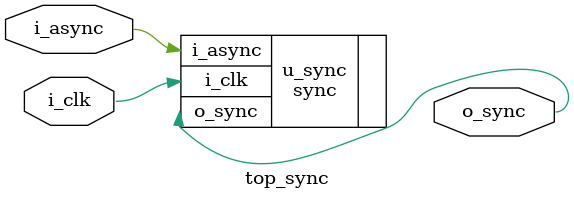
<source format=v>
`default_nettype none
`timescale 1ns/1ns

/*!
 * Simple synchroniser formed by chaining flip-flops.
 */
module top_sync
  #(
    parameter SYNC_DEPTH = 2
  )
  (
    input i_clk,
    input i_async,
    output o_sync
  );

  sync
    #(
      .SYNC_DEPTH(SYNC_DEPTH)
    )
    u_sync (
      .i_clk(i_clk),
      .i_async(i_async),
      .o_sync(o_sync)
    );

  // Wave dump
  initial begin
    $dumpfile("waves_sync.vcd");
    // $dumpvars(<level>, <module>);
    // level: 0 >> all, 1 >> top only, 2 >> up to 1 level down
    $dumpvars(0, top_sync);
  end

endmodule

</source>
